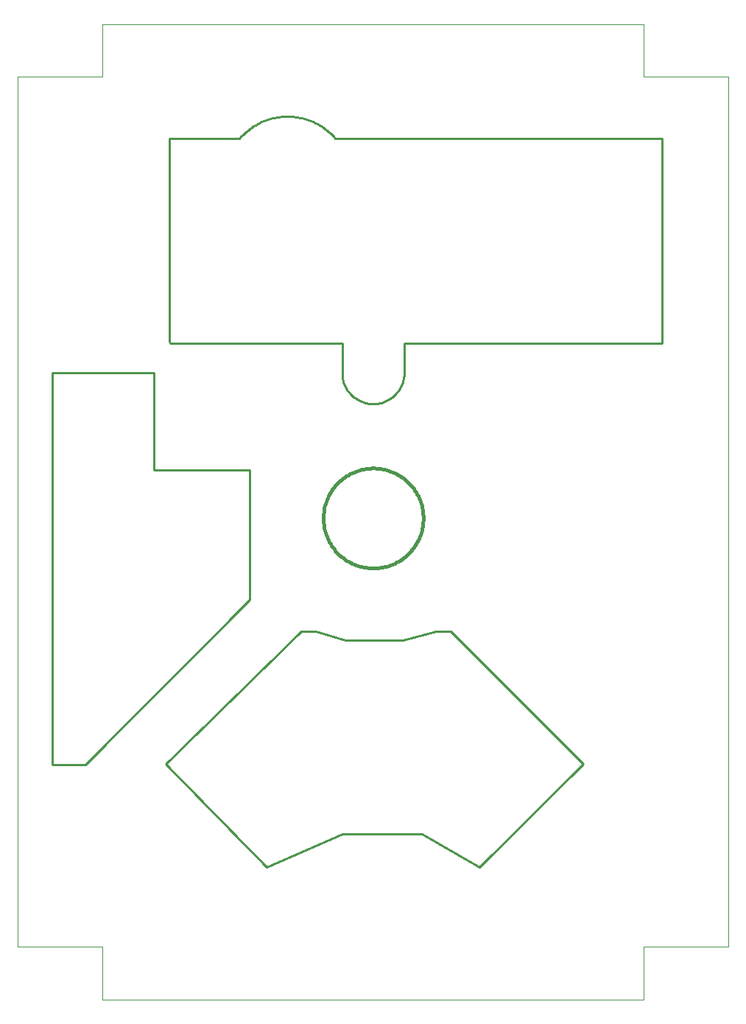
<source format=gbo>
G75*
%MOIN*%
%OFA0B0*%
%FSLAX24Y24*%
%IPPOS*%
%LPD*%
%AMOC8*
5,1,8,0,0,1.08239X$1,22.5*
%
%ADD10C,0.0000*%
%ADD11C,0.0100*%
%ADD12C,0.0160*%
D10*
X002560Y002483D02*
X002560Y041849D01*
X006400Y041849D01*
X006400Y044233D01*
X030896Y044233D01*
X030896Y041849D01*
X034737Y041849D01*
X034737Y002484D01*
X030896Y002484D01*
X030896Y000100D01*
X030897Y000100D01*
X030896Y000100D02*
X006400Y000100D01*
X006400Y002484D01*
X002560Y002484D01*
X002560Y002483D02*
X002562Y002483D01*
X034598Y041852D02*
X034737Y041849D01*
D11*
X031710Y039050D02*
X031710Y029800D01*
X020060Y029800D01*
X020060Y028350D01*
X020039Y028328D02*
X020030Y028255D01*
X020017Y028182D01*
X020000Y028110D01*
X019980Y028040D01*
X019955Y027970D01*
X019927Y027901D01*
X019896Y027835D01*
X019861Y027770D01*
X019823Y027706D01*
X019781Y027645D01*
X019737Y027587D01*
X019689Y027530D01*
X019638Y027477D01*
X019585Y027426D01*
X019529Y027378D01*
X019470Y027332D01*
X019410Y027290D01*
X019347Y027252D01*
X019282Y027216D01*
X019215Y027184D01*
X019147Y027156D01*
X019078Y027131D01*
X019007Y027110D01*
X018935Y027093D01*
X018863Y027079D01*
X018789Y027070D01*
X018716Y027064D01*
X018642Y027062D01*
X018568Y027064D01*
X018495Y027070D01*
X018421Y027079D01*
X018349Y027093D01*
X018277Y027110D01*
X018206Y027131D01*
X018137Y027156D01*
X018069Y027184D01*
X018002Y027216D01*
X017937Y027252D01*
X017874Y027290D01*
X017814Y027332D01*
X017755Y027378D01*
X017699Y027426D01*
X017646Y027477D01*
X017595Y027530D01*
X017547Y027587D01*
X017503Y027645D01*
X017461Y027706D01*
X017423Y027770D01*
X017388Y027835D01*
X017357Y027901D01*
X017329Y027970D01*
X017304Y028040D01*
X017284Y028110D01*
X017267Y028182D01*
X017254Y028255D01*
X017245Y028328D01*
X017260Y028350D02*
X017260Y029800D01*
X009460Y029800D01*
X009410Y029850D02*
X009410Y039050D01*
X009449Y039076D02*
X012599Y039076D01*
X012668Y039154D01*
X012741Y039229D01*
X012816Y039302D01*
X012894Y039371D01*
X012974Y039438D01*
X013057Y039502D01*
X013142Y039563D01*
X013229Y039621D01*
X013318Y039675D01*
X013410Y039726D01*
X013503Y039774D01*
X013597Y039818D01*
X013693Y039859D01*
X013791Y039896D01*
X013890Y039930D01*
X013990Y039960D01*
X014091Y039987D01*
X014193Y040009D01*
X014296Y040028D01*
X014399Y040044D01*
X014503Y040055D01*
X014607Y040063D01*
X014712Y040067D01*
X014816Y040067D01*
X014921Y040063D01*
X015025Y040055D01*
X015129Y040044D01*
X015232Y040028D01*
X015335Y040009D01*
X015437Y039987D01*
X015538Y039960D01*
X015638Y039930D01*
X015737Y039896D01*
X015835Y039859D01*
X015931Y039818D01*
X016025Y039774D01*
X016118Y039726D01*
X016210Y039675D01*
X016299Y039621D01*
X016386Y039563D01*
X016471Y039502D01*
X016554Y039438D01*
X016634Y039371D01*
X016712Y039302D01*
X016787Y039229D01*
X016860Y039154D01*
X016929Y039076D01*
X016930Y039076D02*
X031693Y039076D01*
X022164Y016776D02*
X021491Y016776D01*
X019992Y016352D01*
X017402Y016352D01*
X016049Y016776D01*
X015378Y016776D01*
X009252Y010769D01*
X013827Y006104D01*
X017244Y007601D01*
X020844Y007601D01*
X023469Y006104D01*
X028150Y010769D01*
X022164Y016776D01*
X013069Y018182D02*
X013069Y024072D01*
X008717Y024072D01*
X008717Y028450D01*
X004137Y028450D01*
X004137Y010733D01*
X005623Y010733D01*
X013069Y018182D01*
D12*
X016389Y021887D02*
X016391Y021982D01*
X016397Y022076D01*
X016407Y022170D01*
X016421Y022264D01*
X016438Y022357D01*
X016460Y022449D01*
X016486Y022541D01*
X016515Y022631D01*
X016548Y022719D01*
X016584Y022807D01*
X016625Y022892D01*
X016669Y022976D01*
X016716Y023058D01*
X016767Y023138D01*
X016821Y023216D01*
X016878Y023291D01*
X016938Y023364D01*
X017002Y023435D01*
X017068Y023502D01*
X017137Y023567D01*
X017209Y023629D01*
X017283Y023688D01*
X017360Y023744D01*
X017438Y023796D01*
X017519Y023845D01*
X017602Y023891D01*
X017687Y023933D01*
X017774Y023971D01*
X017862Y024006D01*
X017951Y024037D01*
X018042Y024065D01*
X018134Y024088D01*
X018226Y024108D01*
X018320Y024124D01*
X018414Y024136D01*
X018508Y024144D01*
X018603Y024148D01*
X018697Y024148D01*
X018792Y024144D01*
X018886Y024136D01*
X018980Y024124D01*
X019074Y024108D01*
X019166Y024088D01*
X019258Y024065D01*
X019349Y024037D01*
X019438Y024006D01*
X019526Y023971D01*
X019613Y023933D01*
X019698Y023891D01*
X019780Y023845D01*
X019862Y023796D01*
X019940Y023744D01*
X020017Y023688D01*
X020091Y023629D01*
X020163Y023567D01*
X020232Y023502D01*
X020298Y023435D01*
X020362Y023364D01*
X020422Y023291D01*
X020479Y023216D01*
X020533Y023138D01*
X020584Y023058D01*
X020631Y022976D01*
X020675Y022892D01*
X020716Y022807D01*
X020752Y022719D01*
X020785Y022631D01*
X020814Y022541D01*
X020840Y022449D01*
X020862Y022357D01*
X020879Y022264D01*
X020893Y022170D01*
X020903Y022076D01*
X020909Y021982D01*
X020911Y021887D01*
X020909Y021792D01*
X020903Y021698D01*
X020893Y021604D01*
X020879Y021510D01*
X020862Y021417D01*
X020840Y021325D01*
X020814Y021233D01*
X020785Y021143D01*
X020752Y021055D01*
X020716Y020967D01*
X020675Y020882D01*
X020631Y020798D01*
X020584Y020716D01*
X020533Y020636D01*
X020479Y020558D01*
X020422Y020483D01*
X020362Y020410D01*
X020298Y020339D01*
X020232Y020272D01*
X020163Y020207D01*
X020091Y020145D01*
X020017Y020086D01*
X019940Y020030D01*
X019862Y019978D01*
X019781Y019929D01*
X019698Y019883D01*
X019613Y019841D01*
X019526Y019803D01*
X019438Y019768D01*
X019349Y019737D01*
X019258Y019709D01*
X019166Y019686D01*
X019074Y019666D01*
X018980Y019650D01*
X018886Y019638D01*
X018792Y019630D01*
X018697Y019626D01*
X018603Y019626D01*
X018508Y019630D01*
X018414Y019638D01*
X018320Y019650D01*
X018226Y019666D01*
X018134Y019686D01*
X018042Y019709D01*
X017951Y019737D01*
X017862Y019768D01*
X017774Y019803D01*
X017687Y019841D01*
X017602Y019883D01*
X017520Y019929D01*
X017438Y019978D01*
X017360Y020030D01*
X017283Y020086D01*
X017209Y020145D01*
X017137Y020207D01*
X017068Y020272D01*
X017002Y020339D01*
X016938Y020410D01*
X016878Y020483D01*
X016821Y020558D01*
X016767Y020636D01*
X016716Y020716D01*
X016669Y020798D01*
X016625Y020882D01*
X016584Y020967D01*
X016548Y021055D01*
X016515Y021143D01*
X016486Y021233D01*
X016460Y021325D01*
X016438Y021417D01*
X016421Y021510D01*
X016407Y021604D01*
X016397Y021698D01*
X016391Y021792D01*
X016389Y021887D01*
M02*

</source>
